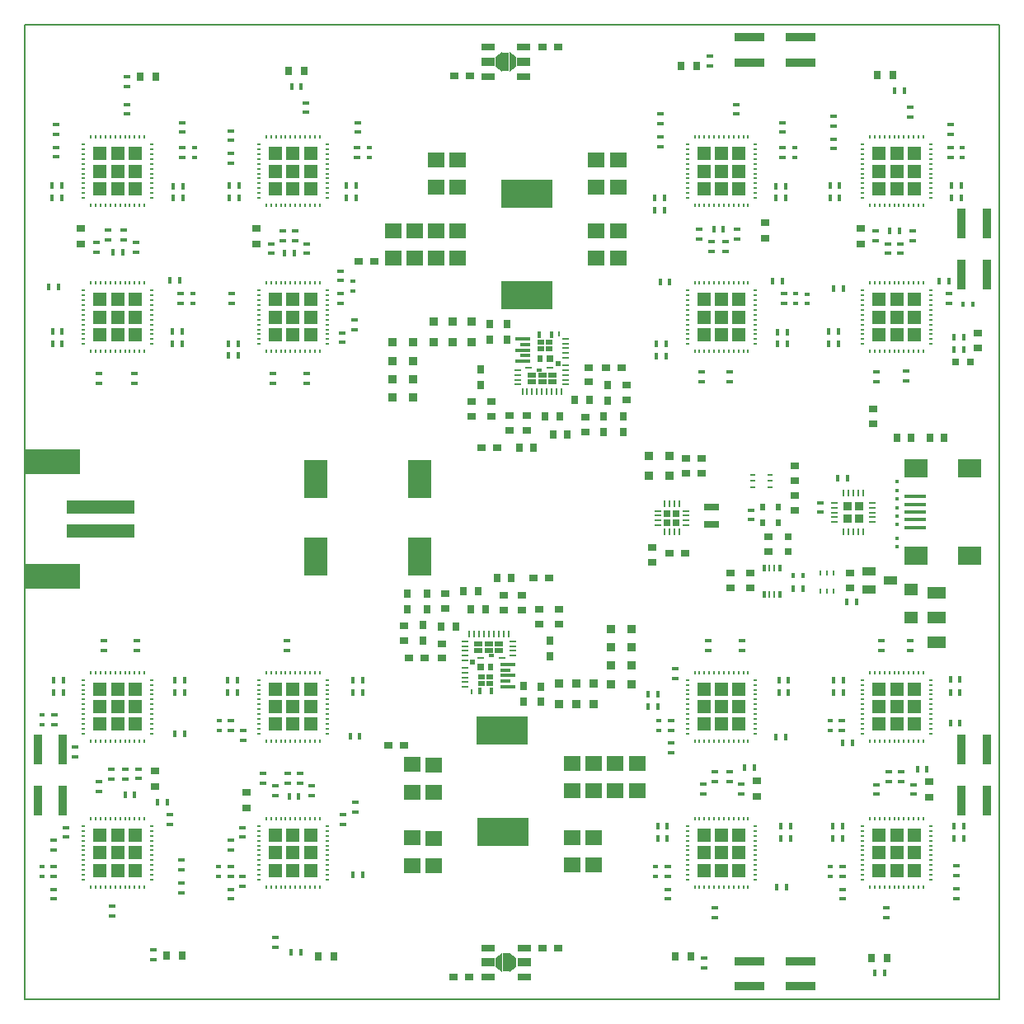
<source format=gtp>
G04 (created by PCBNEW (2013-05-16 BZR 4016)-stable) date 18. 1. 2014 1:36:01*
%MOIN*%
G04 Gerber Fmt 3.4, Leading zero omitted, Abs format*
%FSLAX34Y34*%
G01*
G70*
G90*
G04 APERTURE LIST*
%ADD10C,0.00590551*%
%ADD11R,0.0688315X0.0609315*%
%ADD12R,0.0334646X0.0295276*%
%ADD13R,0.0295276X0.0334646*%
%ADD14R,0.0098315X0.0255315*%
%ADD15R,0.0255315X0.0098315*%
%ADD16R,0.0374016X0.0216535*%
%ADD17R,0.00984252X0.0255315*%
%ADD18R,0.0200787X0.0259843*%
%ADD19R,0.0240157X0.0149606*%
%ADD20R,0.026378X0.00826772*%
%ADD21R,0.00984252X0.0248031*%
%ADD22R,0.0259843X0.0259843*%
%ADD23R,0.0200787X0.0200787*%
%ADD24R,0.0267717X0.0200787*%
%ADD25R,0.0129921X0.0255906*%
%ADD26R,0.0641732X0.0133858*%
%ADD27R,0.0429134X0.0133858*%
%ADD28R,0.0334646X0.0255906*%
%ADD29R,0.0255906X0.0334646*%
%ADD30R,0.023622X0.0314961*%
%ADD31R,0.0865315X0.0176315*%
%ADD32R,0.0964315X0.0767315*%
%ADD33R,0.0240157X0.00984252*%
%ADD34R,0.0767717X0.0480315*%
%ADD35R,0.0216315X0.0137315*%
%ADD36R,0.124016X0.0374016*%
%ADD37R,0.0374016X0.124016*%
%ADD38R,0.0176315X0.0098315*%
%ADD39R,0.0098315X0.0176315*%
%ADD40R,0.0570866X0.0570866*%
%ADD41R,0.0098315X0.0275315*%
%ADD42R,0.0275315X0.0098315*%
%ADD43R,0.0255906X0.0255906*%
%ADD44R,0.00984252X0.0240157*%
%ADD45R,0.0177165X0.0177165*%
%ADD46R,0.0137795X0.0275591*%
%ADD47R,0.00984252X0.0275591*%
%ADD48R,0.0531496X0.0374016*%
%ADD49R,0.0295276X0.0295276*%
%ADD50R,0.0531496X0.0492126*%
%ADD51R,0.0610236X0.0295276*%
%ADD52R,0.0295276X0.0374016*%
%ADD53R,0.0374016X0.0295276*%
%ADD54R,0.0964567X0.155512*%
%ADD55R,0.0374016X0.0374016*%
%ADD56R,0.0255906X0.0177165*%
%ADD57R,0.0177165X0.0255906*%
%ADD58R,0.0216535X0.0177165*%
%ADD59R,0.0177165X0.0216535*%
%ADD60R,0.218504X0.102362*%
%ADD61R,0.273622X0.0531496*%
%ADD62R,0.21063X0.112205*%
%ADD63R,0.0571315X0.0256315*%
%ADD64R,0.0571315X0.0374315*%
%ADD65R,0.0295315X0.0767315*%
%ADD66R,0.00984252X0.0295276*%
%ADD67R,0.0295276X0.00984252*%
%ADD68R,0.0295315X0.00984252*%
G04 APERTURE END LIST*
G54D10*
X38779Y-61023D02*
X78149Y-61023D01*
X78149Y-61023D02*
X78149Y-21653D01*
X78149Y-21653D02*
X38779Y-21653D01*
X38779Y-21653D02*
X38779Y-61023D01*
G54D11*
X61851Y-28202D03*
X61851Y-27100D03*
X62776Y-28202D03*
X62776Y-27100D03*
X56279Y-28208D03*
X56279Y-27106D03*
X55413Y-28208D03*
X55413Y-27106D03*
X54546Y-29965D03*
X54546Y-31067D03*
X53680Y-29965D03*
X53680Y-31067D03*
X63525Y-52610D03*
X63525Y-51508D03*
X62642Y-52607D03*
X62642Y-51505D03*
X55293Y-54522D03*
X55293Y-55624D03*
X54416Y-54521D03*
X54416Y-55623D03*
X60882Y-54515D03*
X60882Y-55617D03*
X61764Y-54517D03*
X61764Y-55619D03*
G54D12*
X59962Y-43996D03*
X59333Y-43996D03*
G54D13*
X54225Y-45260D03*
X54225Y-44631D03*
X59998Y-46531D03*
X59998Y-47160D03*
X55018Y-44641D03*
X55018Y-45270D03*
G54D12*
X54932Y-47236D03*
X54303Y-47236D03*
G54D13*
X54878Y-45921D03*
X54878Y-46550D03*
G54D14*
X58315Y-46274D03*
X58118Y-46274D03*
X57921Y-46274D03*
X57724Y-46274D03*
X57528Y-46274D03*
X57331Y-46274D03*
X57134Y-46274D03*
G54D15*
X56563Y-46560D03*
X56563Y-46756D03*
X56563Y-46953D03*
X58492Y-46560D03*
X58492Y-46756D03*
X58492Y-46953D03*
G54D16*
X57925Y-46936D03*
G54D17*
X56937Y-46274D03*
X56740Y-46274D03*
G54D18*
X57613Y-47602D03*
G54D15*
X58492Y-47150D03*
X56563Y-47151D03*
G54D19*
X57634Y-47146D03*
G54D20*
X58073Y-47231D03*
G54D15*
X56563Y-47341D03*
X56563Y-47636D03*
X56563Y-47831D03*
X56563Y-48026D03*
X56563Y-48221D03*
X56563Y-48421D03*
G54D21*
X56823Y-48591D03*
G54D22*
X57202Y-47603D03*
G54D20*
X57205Y-47238D03*
G54D23*
X56877Y-47414D03*
G54D16*
X57925Y-46668D03*
X57515Y-46936D03*
X57105Y-46936D03*
X57515Y-46668D03*
X57103Y-46668D03*
G54D24*
X57565Y-48276D03*
X57565Y-48011D03*
X57221Y-48276D03*
X57221Y-48012D03*
G54D25*
X57638Y-48586D03*
X57149Y-48586D03*
G54D26*
X58301Y-48400D03*
G54D27*
X58199Y-48176D03*
G54D26*
X58301Y-47954D03*
X58299Y-47508D03*
G54D27*
X58197Y-47732D03*
G54D28*
X60358Y-45871D03*
X60358Y-45280D03*
X55768Y-44650D03*
X55768Y-45241D03*
X59578Y-45280D03*
X59578Y-45871D03*
G54D29*
X55602Y-45956D03*
X56193Y-45956D03*
X56812Y-45276D03*
X57403Y-45276D03*
G54D28*
X55638Y-46660D03*
X55638Y-47251D03*
G54D29*
X57852Y-43996D03*
X58443Y-43996D03*
G54D28*
X54100Y-45938D03*
X54100Y-46529D03*
X58848Y-45301D03*
X58848Y-44710D03*
X58118Y-44710D03*
X58118Y-45301D03*
G54D11*
X55413Y-29960D03*
X55413Y-31062D03*
G54D12*
X59705Y-22550D03*
X60334Y-22550D03*
G54D30*
X69242Y-41151D03*
X68592Y-41151D03*
X69242Y-41761D03*
X68592Y-41761D03*
G54D11*
X56279Y-29960D03*
X56279Y-31062D03*
X61850Y-29980D03*
X61850Y-31082D03*
X62775Y-29980D03*
X62775Y-31082D03*
X60885Y-52607D03*
X60885Y-51505D03*
X61768Y-52610D03*
X61768Y-51508D03*
X55307Y-52659D03*
X55307Y-51557D03*
X54429Y-52657D03*
X54429Y-51555D03*
G54D31*
X74763Y-41338D03*
X74763Y-41652D03*
X74763Y-41967D03*
X74763Y-41024D03*
X74763Y-40709D03*
G54D32*
X74803Y-43089D03*
X74803Y-39587D03*
X76948Y-43089D03*
X76948Y-39587D03*
G54D33*
X68905Y-40334D03*
X68181Y-40078D03*
X68905Y-39822D03*
X68905Y-40078D03*
X68181Y-39822D03*
X68181Y-40334D03*
G54D34*
X75629Y-45610D03*
X75629Y-46614D03*
X75629Y-44606D03*
G54D35*
X70403Y-32539D03*
X70403Y-32893D03*
G54D36*
X68051Y-23159D03*
X68051Y-22155D03*
X70137Y-22155D03*
X70137Y-23159D03*
G54D37*
X76643Y-29665D03*
X77647Y-29665D03*
X77647Y-31751D03*
X76643Y-31751D03*
X76643Y-50925D03*
X77647Y-50925D03*
X77647Y-53011D03*
X76643Y-53011D03*
G54D36*
X70137Y-59517D03*
X70137Y-60521D03*
X68051Y-60521D03*
X68051Y-59517D03*
G54D38*
X43896Y-26477D03*
X43896Y-26674D03*
X43896Y-26871D03*
X43896Y-27067D03*
X43896Y-27264D03*
X43896Y-27461D03*
X43896Y-27657D03*
X43896Y-27854D03*
X43896Y-28051D03*
X43896Y-28247D03*
X43896Y-28444D03*
X43896Y-28641D03*
G54D39*
X43601Y-28936D03*
X43404Y-28936D03*
X43207Y-28936D03*
X43011Y-28936D03*
X42814Y-28936D03*
X42617Y-28936D03*
X42421Y-28936D03*
X42224Y-28936D03*
X42027Y-28936D03*
X41831Y-28936D03*
X41634Y-28936D03*
X41437Y-28936D03*
G54D38*
X41142Y-28641D03*
X41142Y-28444D03*
X41142Y-28247D03*
X41142Y-28051D03*
X41142Y-27854D03*
X41142Y-27657D03*
X41142Y-27461D03*
X41142Y-27264D03*
X41142Y-27067D03*
X41142Y-26871D03*
X41142Y-26674D03*
X41142Y-26477D03*
G54D39*
X41437Y-26182D03*
X41634Y-26182D03*
X41831Y-26182D03*
X42027Y-26182D03*
X42224Y-26182D03*
X42421Y-26182D03*
X42617Y-26182D03*
X42814Y-26182D03*
X43011Y-26182D03*
X43207Y-26182D03*
X43404Y-26182D03*
X43601Y-26182D03*
G54D40*
X41811Y-26850D03*
X42519Y-26850D03*
X43228Y-26850D03*
X41811Y-27559D03*
X42519Y-27559D03*
X43228Y-27559D03*
X41811Y-28267D03*
X42519Y-28267D03*
X43228Y-28267D03*
G54D38*
X43896Y-32382D03*
X43896Y-32579D03*
X43896Y-32776D03*
X43896Y-32972D03*
X43896Y-33169D03*
X43896Y-33366D03*
X43896Y-33562D03*
X43896Y-33759D03*
X43896Y-33956D03*
X43896Y-34152D03*
X43896Y-34349D03*
X43896Y-34546D03*
G54D39*
X43601Y-34841D03*
X43404Y-34841D03*
X43207Y-34841D03*
X43011Y-34841D03*
X42814Y-34841D03*
X42617Y-34841D03*
X42421Y-34841D03*
X42224Y-34841D03*
X42027Y-34841D03*
X41831Y-34841D03*
X41634Y-34841D03*
X41437Y-34841D03*
G54D38*
X41142Y-34546D03*
X41142Y-34349D03*
X41142Y-34152D03*
X41142Y-33956D03*
X41142Y-33759D03*
X41142Y-33562D03*
X41142Y-33366D03*
X41142Y-33169D03*
X41142Y-32972D03*
X41142Y-32776D03*
X41142Y-32579D03*
X41142Y-32382D03*
G54D39*
X41437Y-32087D03*
X41634Y-32087D03*
X41831Y-32087D03*
X42027Y-32087D03*
X42224Y-32087D03*
X42421Y-32087D03*
X42617Y-32087D03*
X42814Y-32087D03*
X43011Y-32087D03*
X43207Y-32087D03*
X43404Y-32087D03*
X43601Y-32087D03*
G54D40*
X41811Y-32755D03*
X42519Y-32755D03*
X43228Y-32755D03*
X41811Y-33464D03*
X42519Y-33464D03*
X43228Y-33464D03*
X41811Y-34173D03*
X42519Y-34173D03*
X43228Y-34173D03*
G54D38*
X50983Y-32382D03*
X50983Y-32579D03*
X50983Y-32776D03*
X50983Y-32972D03*
X50983Y-33169D03*
X50983Y-33366D03*
X50983Y-33562D03*
X50983Y-33759D03*
X50983Y-33956D03*
X50983Y-34152D03*
X50983Y-34349D03*
X50983Y-34546D03*
G54D39*
X50688Y-34841D03*
X50491Y-34841D03*
X50294Y-34841D03*
X50098Y-34841D03*
X49901Y-34841D03*
X49704Y-34841D03*
X49508Y-34841D03*
X49311Y-34841D03*
X49114Y-34841D03*
X48918Y-34841D03*
X48721Y-34841D03*
X48524Y-34841D03*
G54D38*
X48229Y-34546D03*
X48229Y-34349D03*
X48229Y-34152D03*
X48229Y-33956D03*
X48229Y-33759D03*
X48229Y-33562D03*
X48229Y-33366D03*
X48229Y-33169D03*
X48229Y-32972D03*
X48229Y-32776D03*
X48229Y-32579D03*
X48229Y-32382D03*
G54D39*
X48524Y-32087D03*
X48721Y-32087D03*
X48918Y-32087D03*
X49114Y-32087D03*
X49311Y-32087D03*
X49508Y-32087D03*
X49704Y-32087D03*
X49901Y-32087D03*
X50098Y-32087D03*
X50294Y-32087D03*
X50491Y-32087D03*
X50688Y-32087D03*
G54D40*
X48897Y-32755D03*
X49606Y-32755D03*
X50314Y-32755D03*
X48897Y-33464D03*
X49606Y-33464D03*
X50314Y-33464D03*
X48897Y-34173D03*
X49606Y-34173D03*
X50314Y-34173D03*
G54D38*
X50983Y-26477D03*
X50983Y-26674D03*
X50983Y-26871D03*
X50983Y-27067D03*
X50983Y-27264D03*
X50983Y-27461D03*
X50983Y-27657D03*
X50983Y-27854D03*
X50983Y-28051D03*
X50983Y-28247D03*
X50983Y-28444D03*
X50983Y-28641D03*
G54D39*
X50688Y-28936D03*
X50491Y-28936D03*
X50294Y-28936D03*
X50098Y-28936D03*
X49901Y-28936D03*
X49704Y-28936D03*
X49508Y-28936D03*
X49311Y-28936D03*
X49114Y-28936D03*
X48918Y-28936D03*
X48721Y-28936D03*
X48524Y-28936D03*
G54D38*
X48229Y-28641D03*
X48229Y-28444D03*
X48229Y-28247D03*
X48229Y-28051D03*
X48229Y-27854D03*
X48229Y-27657D03*
X48229Y-27461D03*
X48229Y-27264D03*
X48229Y-27067D03*
X48229Y-26871D03*
X48229Y-26674D03*
X48229Y-26477D03*
G54D39*
X48524Y-26182D03*
X48721Y-26182D03*
X48918Y-26182D03*
X49114Y-26182D03*
X49311Y-26182D03*
X49508Y-26182D03*
X49704Y-26182D03*
X49901Y-26182D03*
X50098Y-26182D03*
X50294Y-26182D03*
X50491Y-26182D03*
X50688Y-26182D03*
G54D40*
X48897Y-26850D03*
X49606Y-26850D03*
X50314Y-26850D03*
X48897Y-27559D03*
X49606Y-27559D03*
X50314Y-27559D03*
X48897Y-28267D03*
X49606Y-28267D03*
X50314Y-28267D03*
G54D38*
X41142Y-50294D03*
X41142Y-50097D03*
X41142Y-49900D03*
X41142Y-49704D03*
X41142Y-49507D03*
X41142Y-49310D03*
X41142Y-49114D03*
X41142Y-48917D03*
X41142Y-48720D03*
X41142Y-48524D03*
X41142Y-48327D03*
X41142Y-48130D03*
G54D39*
X41437Y-47835D03*
X41634Y-47835D03*
X41831Y-47835D03*
X42027Y-47835D03*
X42224Y-47835D03*
X42421Y-47835D03*
X42617Y-47835D03*
X42814Y-47835D03*
X43011Y-47835D03*
X43207Y-47835D03*
X43404Y-47835D03*
X43601Y-47835D03*
G54D38*
X43896Y-48130D03*
X43896Y-48327D03*
X43896Y-48524D03*
X43896Y-48720D03*
X43896Y-48917D03*
X43896Y-49114D03*
X43896Y-49310D03*
X43896Y-49507D03*
X43896Y-49704D03*
X43896Y-49900D03*
X43896Y-50097D03*
X43896Y-50294D03*
G54D39*
X43601Y-50589D03*
X43404Y-50589D03*
X43207Y-50589D03*
X43011Y-50589D03*
X42814Y-50589D03*
X42617Y-50589D03*
X42421Y-50589D03*
X42224Y-50589D03*
X42027Y-50589D03*
X41831Y-50589D03*
X41634Y-50589D03*
X41437Y-50589D03*
G54D40*
X43228Y-49921D03*
X42519Y-49921D03*
X41811Y-49921D03*
X43228Y-49212D03*
X42519Y-49212D03*
X41811Y-49212D03*
X43228Y-48503D03*
X42519Y-48503D03*
X41811Y-48503D03*
G54D38*
X41142Y-56200D03*
X41142Y-56003D03*
X41142Y-55806D03*
X41142Y-55610D03*
X41142Y-55413D03*
X41142Y-55216D03*
X41142Y-55020D03*
X41142Y-54823D03*
X41142Y-54626D03*
X41142Y-54430D03*
X41142Y-54233D03*
X41142Y-54036D03*
G54D39*
X41437Y-53741D03*
X41634Y-53741D03*
X41831Y-53741D03*
X42027Y-53741D03*
X42224Y-53741D03*
X42421Y-53741D03*
X42617Y-53741D03*
X42814Y-53741D03*
X43011Y-53741D03*
X43207Y-53741D03*
X43404Y-53741D03*
X43601Y-53741D03*
G54D38*
X43896Y-54036D03*
X43896Y-54233D03*
X43896Y-54430D03*
X43896Y-54626D03*
X43896Y-54823D03*
X43896Y-55020D03*
X43896Y-55216D03*
X43896Y-55413D03*
X43896Y-55610D03*
X43896Y-55806D03*
X43896Y-56003D03*
X43896Y-56200D03*
G54D39*
X43601Y-56495D03*
X43404Y-56495D03*
X43207Y-56495D03*
X43011Y-56495D03*
X42814Y-56495D03*
X42617Y-56495D03*
X42421Y-56495D03*
X42224Y-56495D03*
X42027Y-56495D03*
X41831Y-56495D03*
X41634Y-56495D03*
X41437Y-56495D03*
G54D40*
X43228Y-55826D03*
X42519Y-55826D03*
X41811Y-55826D03*
X43228Y-55118D03*
X42519Y-55118D03*
X41811Y-55118D03*
X43228Y-54409D03*
X42519Y-54409D03*
X41811Y-54409D03*
G54D38*
X48229Y-56200D03*
X48229Y-56003D03*
X48229Y-55806D03*
X48229Y-55610D03*
X48229Y-55413D03*
X48229Y-55216D03*
X48229Y-55020D03*
X48229Y-54823D03*
X48229Y-54626D03*
X48229Y-54430D03*
X48229Y-54233D03*
X48229Y-54036D03*
G54D39*
X48524Y-53741D03*
X48721Y-53741D03*
X48918Y-53741D03*
X49114Y-53741D03*
X49311Y-53741D03*
X49508Y-53741D03*
X49704Y-53741D03*
X49901Y-53741D03*
X50098Y-53741D03*
X50294Y-53741D03*
X50491Y-53741D03*
X50688Y-53741D03*
G54D38*
X50983Y-54036D03*
X50983Y-54233D03*
X50983Y-54430D03*
X50983Y-54626D03*
X50983Y-54823D03*
X50983Y-55020D03*
X50983Y-55216D03*
X50983Y-55413D03*
X50983Y-55610D03*
X50983Y-55806D03*
X50983Y-56003D03*
X50983Y-56200D03*
G54D39*
X50688Y-56495D03*
X50491Y-56495D03*
X50294Y-56495D03*
X50098Y-56495D03*
X49901Y-56495D03*
X49704Y-56495D03*
X49508Y-56495D03*
X49311Y-56495D03*
X49114Y-56495D03*
X48918Y-56495D03*
X48721Y-56495D03*
X48524Y-56495D03*
G54D40*
X50314Y-55826D03*
X49606Y-55826D03*
X48897Y-55826D03*
X50314Y-55118D03*
X49606Y-55118D03*
X48897Y-55118D03*
X50314Y-54409D03*
X49606Y-54409D03*
X48897Y-54409D03*
G54D38*
X48229Y-50294D03*
X48229Y-50097D03*
X48229Y-49900D03*
X48229Y-49704D03*
X48229Y-49507D03*
X48229Y-49310D03*
X48229Y-49114D03*
X48229Y-48917D03*
X48229Y-48720D03*
X48229Y-48524D03*
X48229Y-48327D03*
X48229Y-48130D03*
G54D39*
X48524Y-47835D03*
X48721Y-47835D03*
X48918Y-47835D03*
X49114Y-47835D03*
X49311Y-47835D03*
X49508Y-47835D03*
X49704Y-47835D03*
X49901Y-47835D03*
X50098Y-47835D03*
X50294Y-47835D03*
X50491Y-47835D03*
X50688Y-47835D03*
G54D38*
X50983Y-48130D03*
X50983Y-48327D03*
X50983Y-48524D03*
X50983Y-48720D03*
X50983Y-48917D03*
X50983Y-49114D03*
X50983Y-49310D03*
X50983Y-49507D03*
X50983Y-49704D03*
X50983Y-49900D03*
X50983Y-50097D03*
X50983Y-50294D03*
G54D39*
X50688Y-50589D03*
X50491Y-50589D03*
X50294Y-50589D03*
X50098Y-50589D03*
X49901Y-50589D03*
X49704Y-50589D03*
X49508Y-50589D03*
X49311Y-50589D03*
X49114Y-50589D03*
X48918Y-50589D03*
X48721Y-50589D03*
X48524Y-50589D03*
G54D40*
X50314Y-49921D03*
X49606Y-49921D03*
X48897Y-49921D03*
X50314Y-49212D03*
X49606Y-49212D03*
X48897Y-49212D03*
X50314Y-48503D03*
X49606Y-48503D03*
X48897Y-48503D03*
G54D38*
X65552Y-50294D03*
X65552Y-50097D03*
X65552Y-49900D03*
X65552Y-49704D03*
X65552Y-49507D03*
X65552Y-49310D03*
X65552Y-49114D03*
X65552Y-48917D03*
X65552Y-48720D03*
X65552Y-48524D03*
X65552Y-48327D03*
X65552Y-48130D03*
G54D39*
X65847Y-47835D03*
X66044Y-47835D03*
X66241Y-47835D03*
X66437Y-47835D03*
X66634Y-47835D03*
X66831Y-47835D03*
X67027Y-47835D03*
X67224Y-47835D03*
X67421Y-47835D03*
X67617Y-47835D03*
X67814Y-47835D03*
X68011Y-47835D03*
G54D38*
X68306Y-48130D03*
X68306Y-48327D03*
X68306Y-48524D03*
X68306Y-48720D03*
X68306Y-48917D03*
X68306Y-49114D03*
X68306Y-49310D03*
X68306Y-49507D03*
X68306Y-49704D03*
X68306Y-49900D03*
X68306Y-50097D03*
X68306Y-50294D03*
G54D39*
X68011Y-50589D03*
X67814Y-50589D03*
X67617Y-50589D03*
X67421Y-50589D03*
X67224Y-50589D03*
X67027Y-50589D03*
X66831Y-50589D03*
X66634Y-50589D03*
X66437Y-50589D03*
X66241Y-50589D03*
X66044Y-50589D03*
X65847Y-50589D03*
G54D40*
X67637Y-49921D03*
X66929Y-49921D03*
X66220Y-49921D03*
X67637Y-49212D03*
X66929Y-49212D03*
X66220Y-49212D03*
X67637Y-48503D03*
X66929Y-48503D03*
X66220Y-48503D03*
G54D38*
X65552Y-56200D03*
X65552Y-56003D03*
X65552Y-55806D03*
X65552Y-55610D03*
X65552Y-55413D03*
X65552Y-55216D03*
X65552Y-55020D03*
X65552Y-54823D03*
X65552Y-54626D03*
X65552Y-54430D03*
X65552Y-54233D03*
X65552Y-54036D03*
G54D39*
X65847Y-53741D03*
X66044Y-53741D03*
X66241Y-53741D03*
X66437Y-53741D03*
X66634Y-53741D03*
X66831Y-53741D03*
X67027Y-53741D03*
X67224Y-53741D03*
X67421Y-53741D03*
X67617Y-53741D03*
X67814Y-53741D03*
X68011Y-53741D03*
G54D38*
X68306Y-54036D03*
X68306Y-54233D03*
X68306Y-54430D03*
X68306Y-54626D03*
X68306Y-54823D03*
X68306Y-55020D03*
X68306Y-55216D03*
X68306Y-55413D03*
X68306Y-55610D03*
X68306Y-55806D03*
X68306Y-56003D03*
X68306Y-56200D03*
G54D39*
X68011Y-56495D03*
X67814Y-56495D03*
X67617Y-56495D03*
X67421Y-56495D03*
X67224Y-56495D03*
X67027Y-56495D03*
X66831Y-56495D03*
X66634Y-56495D03*
X66437Y-56495D03*
X66241Y-56495D03*
X66044Y-56495D03*
X65847Y-56495D03*
G54D40*
X67637Y-55826D03*
X66929Y-55826D03*
X66220Y-55826D03*
X67637Y-55118D03*
X66929Y-55118D03*
X66220Y-55118D03*
X67637Y-54409D03*
X66929Y-54409D03*
X66220Y-54409D03*
G54D38*
X72638Y-56200D03*
X72638Y-56003D03*
X72638Y-55806D03*
X72638Y-55610D03*
X72638Y-55413D03*
X72638Y-55216D03*
X72638Y-55020D03*
X72638Y-54823D03*
X72638Y-54626D03*
X72638Y-54430D03*
X72638Y-54233D03*
X72638Y-54036D03*
G54D39*
X72933Y-53741D03*
X73130Y-53741D03*
X73327Y-53741D03*
X73523Y-53741D03*
X73720Y-53741D03*
X73917Y-53741D03*
X74113Y-53741D03*
X74310Y-53741D03*
X74507Y-53741D03*
X74703Y-53741D03*
X74900Y-53741D03*
X75097Y-53741D03*
G54D38*
X75392Y-54036D03*
X75392Y-54233D03*
X75392Y-54430D03*
X75392Y-54626D03*
X75392Y-54823D03*
X75392Y-55020D03*
X75392Y-55216D03*
X75392Y-55413D03*
X75392Y-55610D03*
X75392Y-55806D03*
X75392Y-56003D03*
X75392Y-56200D03*
G54D39*
X75097Y-56495D03*
X74900Y-56495D03*
X74703Y-56495D03*
X74507Y-56495D03*
X74310Y-56495D03*
X74113Y-56495D03*
X73917Y-56495D03*
X73720Y-56495D03*
X73523Y-56495D03*
X73327Y-56495D03*
X73130Y-56495D03*
X72933Y-56495D03*
G54D40*
X74724Y-55826D03*
X74015Y-55826D03*
X73307Y-55826D03*
X74724Y-55118D03*
X74015Y-55118D03*
X73307Y-55118D03*
X74724Y-54409D03*
X74015Y-54409D03*
X73307Y-54409D03*
G54D38*
X72638Y-50294D03*
X72638Y-50097D03*
X72638Y-49900D03*
X72638Y-49704D03*
X72638Y-49507D03*
X72638Y-49310D03*
X72638Y-49114D03*
X72638Y-48917D03*
X72638Y-48720D03*
X72638Y-48524D03*
X72638Y-48327D03*
X72638Y-48130D03*
G54D39*
X72933Y-47835D03*
X73130Y-47835D03*
X73327Y-47835D03*
X73523Y-47835D03*
X73720Y-47835D03*
X73917Y-47835D03*
X74113Y-47835D03*
X74310Y-47835D03*
X74507Y-47835D03*
X74703Y-47835D03*
X74900Y-47835D03*
X75097Y-47835D03*
G54D38*
X75392Y-48130D03*
X75392Y-48327D03*
X75392Y-48524D03*
X75392Y-48720D03*
X75392Y-48917D03*
X75392Y-49114D03*
X75392Y-49310D03*
X75392Y-49507D03*
X75392Y-49704D03*
X75392Y-49900D03*
X75392Y-50097D03*
X75392Y-50294D03*
G54D39*
X75097Y-50589D03*
X74900Y-50589D03*
X74703Y-50589D03*
X74507Y-50589D03*
X74310Y-50589D03*
X74113Y-50589D03*
X73917Y-50589D03*
X73720Y-50589D03*
X73523Y-50589D03*
X73327Y-50589D03*
X73130Y-50589D03*
X72933Y-50589D03*
G54D40*
X74724Y-49921D03*
X74015Y-49921D03*
X73307Y-49921D03*
X74724Y-49212D03*
X74015Y-49212D03*
X73307Y-49212D03*
X74724Y-48503D03*
X74015Y-48503D03*
X73307Y-48503D03*
G54D38*
X75392Y-32382D03*
X75392Y-32579D03*
X75392Y-32776D03*
X75392Y-32972D03*
X75392Y-33169D03*
X75392Y-33366D03*
X75392Y-33562D03*
X75392Y-33759D03*
X75392Y-33956D03*
X75392Y-34152D03*
X75392Y-34349D03*
X75392Y-34546D03*
G54D39*
X75097Y-34841D03*
X74900Y-34841D03*
X74703Y-34841D03*
X74507Y-34841D03*
X74310Y-34841D03*
X74113Y-34841D03*
X73917Y-34841D03*
X73720Y-34841D03*
X73523Y-34841D03*
X73327Y-34841D03*
X73130Y-34841D03*
X72933Y-34841D03*
G54D38*
X72638Y-34546D03*
X72638Y-34349D03*
X72638Y-34152D03*
X72638Y-33956D03*
X72638Y-33759D03*
X72638Y-33562D03*
X72638Y-33366D03*
X72638Y-33169D03*
X72638Y-32972D03*
X72638Y-32776D03*
X72638Y-32579D03*
X72638Y-32382D03*
G54D39*
X72933Y-32087D03*
X73130Y-32087D03*
X73327Y-32087D03*
X73523Y-32087D03*
X73720Y-32087D03*
X73917Y-32087D03*
X74113Y-32087D03*
X74310Y-32087D03*
X74507Y-32087D03*
X74703Y-32087D03*
X74900Y-32087D03*
X75097Y-32087D03*
G54D40*
X73307Y-32755D03*
X74015Y-32755D03*
X74724Y-32755D03*
X73307Y-33464D03*
X74015Y-33464D03*
X74724Y-33464D03*
X73307Y-34173D03*
X74015Y-34173D03*
X74724Y-34173D03*
G54D38*
X75392Y-26477D03*
X75392Y-26674D03*
X75392Y-26871D03*
X75392Y-27067D03*
X75392Y-27264D03*
X75392Y-27461D03*
X75392Y-27657D03*
X75392Y-27854D03*
X75392Y-28051D03*
X75392Y-28247D03*
X75392Y-28444D03*
X75392Y-28641D03*
G54D39*
X75097Y-28936D03*
X74900Y-28936D03*
X74703Y-28936D03*
X74507Y-28936D03*
X74310Y-28936D03*
X74113Y-28936D03*
X73917Y-28936D03*
X73720Y-28936D03*
X73523Y-28936D03*
X73327Y-28936D03*
X73130Y-28936D03*
X72933Y-28936D03*
G54D38*
X72638Y-28641D03*
X72638Y-28444D03*
X72638Y-28247D03*
X72638Y-28051D03*
X72638Y-27854D03*
X72638Y-27657D03*
X72638Y-27461D03*
X72638Y-27264D03*
X72638Y-27067D03*
X72638Y-26871D03*
X72638Y-26674D03*
X72638Y-26477D03*
G54D39*
X72933Y-26182D03*
X73130Y-26182D03*
X73327Y-26182D03*
X73523Y-26182D03*
X73720Y-26182D03*
X73917Y-26182D03*
X74113Y-26182D03*
X74310Y-26182D03*
X74507Y-26182D03*
X74703Y-26182D03*
X74900Y-26182D03*
X75097Y-26182D03*
G54D40*
X73307Y-26850D03*
X74015Y-26850D03*
X74724Y-26850D03*
X73307Y-27559D03*
X74015Y-27559D03*
X74724Y-27559D03*
X73307Y-28267D03*
X74015Y-28267D03*
X74724Y-28267D03*
G54D38*
X68306Y-26477D03*
X68306Y-26674D03*
X68306Y-26871D03*
X68306Y-27067D03*
X68306Y-27264D03*
X68306Y-27461D03*
X68306Y-27657D03*
X68306Y-27854D03*
X68306Y-28051D03*
X68306Y-28247D03*
X68306Y-28444D03*
X68306Y-28641D03*
G54D39*
X68011Y-28936D03*
X67814Y-28936D03*
X67617Y-28936D03*
X67421Y-28936D03*
X67224Y-28936D03*
X67027Y-28936D03*
X66831Y-28936D03*
X66634Y-28936D03*
X66437Y-28936D03*
X66241Y-28936D03*
X66044Y-28936D03*
X65847Y-28936D03*
G54D38*
X65552Y-28641D03*
X65552Y-28444D03*
X65552Y-28247D03*
X65552Y-28051D03*
X65552Y-27854D03*
X65552Y-27657D03*
X65552Y-27461D03*
X65552Y-27264D03*
X65552Y-27067D03*
X65552Y-26871D03*
X65552Y-26674D03*
X65552Y-26477D03*
G54D39*
X65847Y-26182D03*
X66044Y-26182D03*
X66241Y-26182D03*
X66437Y-26182D03*
X66634Y-26182D03*
X66831Y-26182D03*
X67027Y-26182D03*
X67224Y-26182D03*
X67421Y-26182D03*
X67617Y-26182D03*
X67814Y-26182D03*
X68011Y-26182D03*
G54D40*
X66220Y-26850D03*
X66929Y-26850D03*
X67637Y-26850D03*
X66220Y-27559D03*
X66929Y-27559D03*
X67637Y-27559D03*
X66220Y-28267D03*
X66929Y-28267D03*
X67637Y-28267D03*
G54D38*
X68306Y-32382D03*
X68306Y-32579D03*
X68306Y-32776D03*
X68306Y-32972D03*
X68306Y-33169D03*
X68306Y-33366D03*
X68306Y-33562D03*
X68306Y-33759D03*
X68306Y-33956D03*
X68306Y-34152D03*
X68306Y-34349D03*
X68306Y-34546D03*
G54D39*
X68011Y-34841D03*
X67814Y-34841D03*
X67617Y-34841D03*
X67421Y-34841D03*
X67224Y-34841D03*
X67027Y-34841D03*
X66831Y-34841D03*
X66634Y-34841D03*
X66437Y-34841D03*
X66241Y-34841D03*
X66044Y-34841D03*
X65847Y-34841D03*
G54D38*
X65552Y-34546D03*
X65552Y-34349D03*
X65552Y-34152D03*
X65552Y-33956D03*
X65552Y-33759D03*
X65552Y-33562D03*
X65552Y-33366D03*
X65552Y-33169D03*
X65552Y-32972D03*
X65552Y-32776D03*
X65552Y-32579D03*
X65552Y-32382D03*
G54D39*
X65847Y-32087D03*
X66044Y-32087D03*
X66241Y-32087D03*
X66437Y-32087D03*
X66634Y-32087D03*
X66831Y-32087D03*
X67027Y-32087D03*
X67224Y-32087D03*
X67421Y-32087D03*
X67617Y-32087D03*
X67814Y-32087D03*
X68011Y-32087D03*
G54D40*
X66220Y-32755D03*
X66929Y-32755D03*
X67637Y-32755D03*
X66220Y-33464D03*
X66929Y-33464D03*
X67637Y-33464D03*
X66220Y-34173D03*
X66929Y-34173D03*
X67637Y-34173D03*
G54D41*
X65214Y-41015D03*
X65017Y-41015D03*
X64821Y-41015D03*
X64624Y-41015D03*
G54D42*
X64349Y-41290D03*
X64349Y-41487D03*
X64349Y-41683D03*
X64349Y-41880D03*
G54D41*
X64624Y-42155D03*
X64821Y-42155D03*
X65017Y-42155D03*
X65214Y-42155D03*
G54D42*
X65489Y-41880D03*
X65489Y-41683D03*
X65489Y-41487D03*
X65489Y-41290D03*
G54D43*
X65096Y-41408D03*
X65096Y-41763D03*
X64742Y-41408D03*
X64742Y-41763D03*
G54D37*
X40285Y-53011D03*
X39281Y-53011D03*
X39281Y-50925D03*
X40285Y-50925D03*
G54D44*
X70944Y-44545D03*
X71200Y-43820D03*
X71456Y-44545D03*
X71200Y-44545D03*
X71456Y-43820D03*
X70944Y-43820D03*
G54D45*
X74025Y-41496D03*
X74025Y-41850D03*
X74025Y-40807D03*
X74025Y-41161D03*
X74035Y-42401D03*
X74035Y-42755D03*
X74025Y-40118D03*
X74025Y-40472D03*
G54D46*
X69291Y-44685D03*
X68661Y-44685D03*
G54D47*
X68877Y-44685D03*
X69074Y-44685D03*
X69074Y-43602D03*
X68877Y-43602D03*
G54D46*
X68661Y-43602D03*
X69291Y-43602D03*
G54D48*
X72883Y-43740D03*
X72883Y-44488D03*
X73750Y-44104D03*
G54D49*
X69616Y-42352D03*
X69616Y-42942D03*
X76407Y-35275D03*
X76998Y-35275D03*
G54D50*
X74596Y-45600D03*
X74596Y-44458D03*
G54D51*
X66525Y-41840D03*
X66525Y-41131D03*
G54D52*
X44074Y-23740D03*
X43444Y-23740D03*
X50068Y-23494D03*
X49438Y-23494D03*
G54D53*
X48139Y-29881D03*
X48139Y-30511D03*
X41023Y-29862D03*
X41023Y-30492D03*
X44015Y-52431D03*
X44015Y-51801D03*
X47746Y-53307D03*
X47746Y-52677D03*
G54D52*
X45127Y-59261D03*
X44498Y-59261D03*
X51259Y-59320D03*
X50629Y-59320D03*
X65078Y-59301D03*
X65708Y-59301D03*
X73011Y-59360D03*
X73641Y-59360D03*
G54D53*
X68366Y-52844D03*
X68366Y-52214D03*
X75324Y-52874D03*
X75324Y-52244D03*
X68681Y-29645D03*
X68681Y-30275D03*
X72559Y-29862D03*
X72559Y-30492D03*
G54D52*
X65285Y-23307D03*
X65915Y-23307D03*
X73238Y-23661D03*
X73868Y-23661D03*
G54D54*
X50515Y-43141D03*
X50515Y-39992D03*
X54736Y-43141D03*
X54736Y-39992D03*
G54D13*
X58932Y-49016D03*
X58932Y-48387D03*
X57559Y-34370D03*
X57559Y-33740D03*
X58270Y-33750D03*
X58270Y-34379D03*
G54D12*
X56764Y-23720D03*
X56135Y-23720D03*
X56724Y-60145D03*
X56095Y-60145D03*
X59705Y-58960D03*
X60334Y-58960D03*
X66122Y-39173D03*
X65492Y-39173D03*
X66122Y-39783D03*
X65492Y-39783D03*
X64842Y-43011D03*
X65472Y-43011D03*
G54D13*
X59640Y-48391D03*
X59640Y-49020D03*
G54D12*
X52275Y-31190D03*
X52904Y-31190D03*
G54D55*
X63996Y-39881D03*
X64822Y-39881D03*
X63996Y-39074D03*
X64822Y-39074D03*
X60347Y-48285D03*
X60347Y-49112D03*
X61054Y-48285D03*
X61054Y-49112D03*
X61754Y-48285D03*
X61754Y-49112D03*
X62466Y-48290D03*
X63293Y-48290D03*
X62467Y-47544D03*
X63294Y-47544D03*
X56830Y-34473D03*
X56830Y-33646D03*
X56060Y-34473D03*
X56060Y-33646D03*
X55290Y-34473D03*
X55290Y-33646D03*
X54468Y-34488D03*
X53641Y-34488D03*
X54463Y-35230D03*
X53636Y-35230D03*
G54D28*
X68110Y-43818D03*
X68110Y-44409D03*
X67312Y-43818D03*
X67312Y-44409D03*
X72145Y-43799D03*
X72145Y-44389D03*
X68818Y-42942D03*
X68818Y-42352D03*
X77283Y-34704D03*
X77283Y-34114D03*
X73051Y-37185D03*
X73051Y-37775D03*
G54D29*
X75354Y-38346D03*
X75944Y-38346D03*
X74606Y-38346D03*
X74015Y-38346D03*
G54D28*
X69911Y-39468D03*
X69911Y-40059D03*
X69911Y-40669D03*
X69911Y-41259D03*
X64133Y-42775D03*
X64133Y-43366D03*
G54D56*
X70929Y-40960D03*
X70929Y-41353D03*
G54D57*
X71988Y-44970D03*
X72381Y-44970D03*
X69832Y-44429D03*
X70226Y-44429D03*
G54D56*
X43366Y-51722D03*
X43366Y-52116D03*
G54D57*
X49448Y-52834D03*
X49842Y-52834D03*
G54D56*
X43966Y-59045D03*
X43966Y-59438D03*
G54D57*
X49931Y-59124D03*
X49537Y-59124D03*
X68248Y-51673D03*
X67854Y-51673D03*
X75246Y-51732D03*
X74852Y-51732D03*
G54D56*
X66220Y-59370D03*
X66220Y-59763D03*
G54D57*
X73523Y-59980D03*
X73129Y-59980D03*
X73740Y-29960D03*
X74133Y-29960D03*
X67007Y-29901D03*
X66614Y-29901D03*
X73946Y-24301D03*
X74340Y-24301D03*
G54D56*
X66456Y-23297D03*
X66456Y-22903D03*
G54D57*
X49665Y-30885D03*
X49271Y-30885D03*
X42342Y-30846D03*
X42736Y-30846D03*
X49547Y-24153D03*
X49940Y-24153D03*
G54D56*
X42913Y-23740D03*
X42913Y-24133D03*
X68129Y-41259D03*
X68129Y-41653D03*
G54D57*
X71632Y-39963D03*
X72025Y-39963D03*
G54D56*
X41948Y-46948D03*
X41948Y-46555D03*
X40797Y-50846D03*
X40797Y-51240D03*
G54D57*
X40314Y-48622D03*
X39921Y-48622D03*
X43208Y-52785D03*
X42814Y-52785D03*
X44842Y-48622D03*
X45236Y-48622D03*
X44842Y-50295D03*
X45236Y-50295D03*
G54D56*
X42834Y-51732D03*
X42834Y-52125D03*
X42263Y-51732D03*
X42263Y-52125D03*
X39970Y-49537D03*
X39970Y-49931D03*
G54D57*
X40314Y-48129D03*
X39921Y-48129D03*
X44842Y-48129D03*
X45236Y-48129D03*
X51919Y-50403D03*
X52312Y-50403D03*
X47362Y-48622D03*
X46968Y-48622D03*
G54D56*
X48405Y-51919D03*
X48405Y-52312D03*
X49350Y-46948D03*
X49350Y-46555D03*
G54D57*
X52027Y-48622D03*
X52421Y-48622D03*
G54D56*
X47598Y-50177D03*
X47598Y-50570D03*
X49881Y-51909D03*
X49881Y-52303D03*
X49389Y-51909D03*
X49389Y-52303D03*
X47106Y-49763D03*
X47106Y-50157D03*
G54D57*
X47362Y-48129D03*
X46968Y-48129D03*
X52027Y-48129D03*
X52421Y-48129D03*
G54D56*
X42283Y-57273D03*
X42283Y-57667D03*
X39940Y-56988D03*
X39940Y-56594D03*
X39940Y-55000D03*
X39940Y-54606D03*
X41771Y-52637D03*
X41771Y-52244D03*
G54D57*
X44124Y-53080D03*
X44517Y-53080D03*
G54D56*
X43287Y-46948D03*
X43287Y-46555D03*
X45098Y-56732D03*
X45098Y-56338D03*
X45098Y-55413D03*
X45098Y-55807D03*
X39940Y-55669D03*
X39940Y-56062D03*
X40433Y-54094D03*
X40433Y-54488D03*
X44622Y-53976D03*
X44622Y-53582D03*
G54D57*
X52037Y-56013D03*
X52431Y-56013D03*
G54D56*
X47086Y-56988D03*
X47086Y-56594D03*
X47086Y-55000D03*
X47086Y-54606D03*
X50374Y-52814D03*
X50374Y-52421D03*
X52125Y-53070D03*
X52125Y-53464D03*
X47578Y-56082D03*
X47578Y-56476D03*
X48897Y-52814D03*
X48897Y-52421D03*
X48887Y-58553D03*
X48887Y-58946D03*
X47086Y-55669D03*
X47086Y-56062D03*
X47578Y-54094D03*
X47578Y-54488D03*
X51633Y-53976D03*
X51633Y-53582D03*
X67736Y-52736D03*
X67736Y-52342D03*
G54D57*
X64350Y-48720D03*
X63956Y-48720D03*
G54D56*
X67775Y-46948D03*
X67775Y-46555D03*
X66397Y-46948D03*
X66397Y-46555D03*
G54D57*
X69251Y-48622D03*
X69645Y-48622D03*
G54D56*
X64901Y-51082D03*
X64901Y-50688D03*
X67263Y-51830D03*
X67263Y-52224D03*
X66673Y-51830D03*
X66673Y-52224D03*
X64901Y-49763D03*
X64901Y-50157D03*
X65078Y-48070D03*
X65078Y-47677D03*
G54D57*
X69251Y-48129D03*
X69645Y-48129D03*
G54D56*
X74704Y-52755D03*
X74704Y-52362D03*
X74547Y-46929D03*
X74547Y-46535D03*
G54D57*
X71850Y-48622D03*
X71456Y-48622D03*
G54D56*
X73405Y-46929D03*
X73405Y-46535D03*
G54D57*
X76181Y-48622D03*
X76574Y-48622D03*
X72234Y-50669D03*
X71840Y-50669D03*
G54D56*
X74212Y-51850D03*
X74212Y-52244D03*
X73700Y-51850D03*
X73700Y-52244D03*
X71811Y-49763D03*
X71811Y-50157D03*
G54D57*
X71850Y-48129D03*
X71456Y-48129D03*
X76181Y-48110D03*
X76574Y-48110D03*
X69163Y-56505D03*
X69557Y-56505D03*
X64350Y-49212D03*
X63956Y-49212D03*
X64744Y-54527D03*
X64350Y-54527D03*
G54D56*
X66181Y-52736D03*
X66181Y-52342D03*
G54D57*
X69330Y-54527D03*
X69724Y-54527D03*
G54D56*
X64763Y-56988D03*
X64763Y-56594D03*
G54D57*
X69143Y-50442D03*
X69537Y-50442D03*
G54D56*
X66649Y-57334D03*
X66649Y-57728D03*
X64763Y-55669D03*
X64763Y-56062D03*
G54D57*
X64744Y-54035D03*
X64350Y-54035D03*
X69330Y-54035D03*
X69724Y-54035D03*
G54D56*
X73610Y-57350D03*
X73610Y-57744D03*
X76417Y-56968D03*
X76417Y-56574D03*
G54D57*
X71830Y-54527D03*
X71437Y-54527D03*
G54D56*
X73208Y-52755D03*
X73208Y-52362D03*
G54D57*
X76338Y-54527D03*
X76732Y-54527D03*
G54D56*
X71830Y-56988D03*
X71830Y-56594D03*
X76417Y-55629D03*
X76417Y-56023D03*
G54D57*
X76181Y-49881D03*
X76574Y-49881D03*
G54D56*
X71830Y-55669D03*
X71830Y-56062D03*
G54D57*
X71830Y-54035D03*
X71437Y-54035D03*
X76338Y-54035D03*
X76732Y-54035D03*
G54D56*
X73188Y-35669D03*
X73188Y-36062D03*
G54D57*
X76338Y-34281D03*
X76732Y-34281D03*
G54D56*
X67263Y-35673D03*
X67263Y-36066D03*
X74397Y-35653D03*
X74397Y-36047D03*
G54D57*
X71653Y-34055D03*
X71259Y-34055D03*
G54D56*
X73661Y-30885D03*
X73661Y-30492D03*
X74173Y-30885D03*
X74173Y-30492D03*
G54D57*
X75728Y-32007D03*
X76122Y-32007D03*
G54D56*
X76141Y-32893D03*
X76141Y-32500D03*
G54D57*
X76338Y-34763D03*
X76732Y-34763D03*
X71653Y-34547D03*
X71259Y-34547D03*
X69192Y-34074D03*
X69586Y-34074D03*
X64842Y-32047D03*
X64448Y-32047D03*
G54D56*
X66043Y-29901D03*
X66043Y-30295D03*
G54D57*
X68996Y-32007D03*
X69389Y-32007D03*
X64685Y-35039D03*
X64291Y-35039D03*
G54D56*
X66122Y-35669D03*
X66122Y-36062D03*
X67086Y-30807D03*
X67086Y-30413D03*
X66535Y-30807D03*
X66535Y-30413D03*
X69448Y-32913D03*
X69448Y-32519D03*
G54D57*
X69192Y-34547D03*
X69586Y-34547D03*
X64685Y-34547D03*
X64291Y-34547D03*
G54D56*
X71456Y-26653D03*
X71456Y-26259D03*
X76181Y-25688D03*
X76181Y-26082D03*
G54D57*
X76240Y-28149D03*
X76633Y-28149D03*
G54D56*
X74665Y-29980D03*
X74665Y-30374D03*
G54D57*
X71712Y-28149D03*
X71318Y-28149D03*
G54D56*
X71456Y-25334D03*
X71456Y-25728D03*
X73169Y-29980D03*
X73169Y-30374D03*
X74551Y-25370D03*
X74551Y-24976D03*
X76181Y-27007D03*
X76181Y-26614D03*
G54D57*
X76240Y-28641D03*
X76633Y-28641D03*
X71712Y-28641D03*
X71318Y-28641D03*
G54D56*
X64468Y-25255D03*
X64468Y-25649D03*
G54D57*
X69133Y-28169D03*
X69527Y-28169D03*
G54D56*
X69409Y-25590D03*
X69409Y-25984D03*
X67578Y-29901D03*
X67578Y-30295D03*
G54D57*
X71860Y-32312D03*
X71466Y-32312D03*
X64625Y-29133D03*
X64232Y-29133D03*
G54D56*
X64468Y-26574D03*
X64468Y-26181D03*
X67519Y-25255D03*
X67519Y-24862D03*
X69389Y-27007D03*
X69389Y-26614D03*
G54D57*
X69133Y-28641D03*
X69527Y-28641D03*
X64625Y-28641D03*
X64232Y-28641D03*
G54D56*
X47125Y-32893D03*
X47125Y-32500D03*
X50177Y-30885D03*
X50177Y-30492D03*
X48740Y-30885D03*
X48740Y-30492D03*
X52086Y-33582D03*
X52086Y-33976D03*
X49192Y-29980D03*
X49192Y-30374D03*
X48799Y-35748D03*
X48799Y-36141D03*
G54D57*
X47401Y-35019D03*
X47007Y-35019D03*
G54D56*
X51535Y-31594D03*
X51535Y-31988D03*
X51535Y-32913D03*
X51535Y-32519D03*
X51594Y-34488D03*
X51594Y-34094D03*
G54D57*
X47401Y-34527D03*
X47007Y-34527D03*
G54D56*
X43208Y-35748D03*
X43208Y-36141D03*
X43259Y-30842D03*
X43259Y-30448D03*
X41653Y-30846D03*
X41653Y-30452D03*
G54D57*
X44744Y-34055D03*
X45137Y-34055D03*
G54D56*
X41771Y-35748D03*
X41771Y-36141D03*
G54D57*
X40275Y-34055D03*
X39881Y-34055D03*
X44645Y-31988D03*
X45039Y-31988D03*
X40127Y-32234D03*
X39734Y-32234D03*
G54D56*
X45059Y-32893D03*
X45059Y-32500D03*
G54D57*
X40275Y-34547D03*
X39881Y-34547D03*
X44744Y-34547D03*
X45137Y-34547D03*
G54D56*
X50137Y-25188D03*
X50137Y-24795D03*
X47106Y-27244D03*
X47106Y-26850D03*
X52224Y-25590D03*
X52224Y-25984D03*
X50149Y-35748D03*
X50149Y-36141D03*
G54D57*
X51771Y-28149D03*
X52165Y-28149D03*
G54D56*
X49685Y-29980D03*
X49685Y-30374D03*
X47106Y-25925D03*
X47106Y-26318D03*
G54D57*
X47421Y-28149D03*
X47027Y-28149D03*
G54D56*
X52204Y-27007D03*
X52204Y-26614D03*
G54D57*
X47421Y-28641D03*
X47027Y-28641D03*
X51771Y-28641D03*
X52165Y-28641D03*
G54D56*
X40039Y-26988D03*
X40039Y-26594D03*
X42145Y-29940D03*
X42145Y-30334D03*
X42775Y-29940D03*
X42775Y-30334D03*
G54D57*
X44763Y-28169D03*
X45157Y-28169D03*
G54D56*
X45137Y-25590D03*
X45137Y-25984D03*
G54D57*
X40255Y-28149D03*
X39862Y-28149D03*
G54D56*
X45137Y-27007D03*
X45137Y-26614D03*
G54D57*
X44763Y-28641D03*
X45157Y-28641D03*
G54D56*
X40039Y-25669D03*
X40039Y-26062D03*
X42905Y-25251D03*
X42905Y-24858D03*
G54D57*
X40255Y-28641D03*
X39862Y-28641D03*
G54D58*
X45629Y-27007D03*
X45629Y-26614D03*
X45551Y-32893D03*
X45551Y-32500D03*
X52027Y-32401D03*
X52027Y-32007D03*
X52696Y-27007D03*
X52696Y-26614D03*
X46614Y-49763D03*
X46614Y-50157D03*
X46594Y-55669D03*
X46594Y-56062D03*
X39448Y-55669D03*
X39448Y-56062D03*
X39478Y-49537D03*
X39478Y-49931D03*
G54D59*
X70216Y-43897D03*
X69822Y-43897D03*
G54D58*
X76673Y-27007D03*
X76673Y-26614D03*
G54D59*
X76692Y-32952D03*
X77086Y-32952D03*
G54D58*
X69921Y-32913D03*
X69921Y-32519D03*
X69881Y-27007D03*
X69881Y-26614D03*
X64409Y-49763D03*
X64409Y-50157D03*
X64271Y-55669D03*
X64271Y-56062D03*
X71338Y-55669D03*
X71338Y-56062D03*
X71318Y-49763D03*
X71318Y-50157D03*
G54D60*
X39911Y-43937D03*
X39911Y-39311D03*
G54D61*
X41840Y-41131D03*
X41840Y-42116D03*
G54D62*
X59070Y-32571D03*
X59068Y-28466D03*
G54D28*
X59080Y-38035D03*
X59080Y-37444D03*
X58350Y-37444D03*
X58350Y-38035D03*
X63098Y-36807D03*
X63098Y-36216D03*
G54D29*
X59345Y-38750D03*
X58754Y-38750D03*
G54D28*
X61560Y-36085D03*
X61560Y-35494D03*
G54D29*
X60385Y-37470D03*
X59794Y-37470D03*
X61595Y-36790D03*
X61004Y-36790D03*
G54D28*
X57620Y-37465D03*
X57620Y-36874D03*
X61430Y-38095D03*
X61430Y-37504D03*
X56840Y-36874D03*
X56840Y-37465D03*
G54D14*
X58882Y-36471D03*
X59079Y-36471D03*
X59276Y-36471D03*
X59473Y-36471D03*
X59670Y-36471D03*
X59866Y-36471D03*
X60063Y-36471D03*
G54D15*
X60634Y-36185D03*
X60634Y-35989D03*
X60634Y-35792D03*
X58705Y-36185D03*
X58705Y-35989D03*
X58705Y-35792D03*
G54D16*
X59273Y-35810D03*
G54D17*
X60260Y-36471D03*
X60457Y-36471D03*
G54D18*
X59585Y-35144D03*
G54D15*
X58705Y-35595D03*
X60635Y-35595D03*
G54D19*
X59564Y-35600D03*
G54D20*
X59125Y-35515D03*
G54D15*
X60635Y-35405D03*
X60635Y-35110D03*
X60635Y-34915D03*
X60635Y-34720D03*
X60635Y-34525D03*
X60635Y-34325D03*
G54D21*
X60375Y-34155D03*
G54D22*
X59996Y-35143D03*
G54D20*
X59993Y-35508D03*
G54D23*
X60321Y-35332D03*
G54D16*
X59273Y-36078D03*
X59683Y-35810D03*
X60093Y-35810D03*
X59683Y-36078D03*
X60095Y-36078D03*
G54D24*
X59633Y-34470D03*
X59633Y-34735D03*
X59977Y-34470D03*
X59977Y-34734D03*
G54D25*
X59560Y-34160D03*
X60049Y-34160D03*
G54D26*
X58897Y-34346D03*
G54D27*
X58999Y-34570D03*
G54D26*
X58897Y-34792D03*
X58899Y-35238D03*
G54D27*
X59001Y-35014D03*
G54D55*
X54463Y-35970D03*
X53636Y-35970D03*
X54463Y-36710D03*
X53636Y-36710D03*
G54D13*
X62320Y-36824D03*
X62320Y-36195D03*
G54D12*
X62265Y-35510D03*
X62894Y-35510D03*
G54D13*
X62180Y-38104D03*
X62180Y-37475D03*
X57200Y-36214D03*
X57200Y-35585D03*
X62973Y-37485D03*
X62973Y-38114D03*
G54D12*
X57235Y-38750D03*
X57864Y-38750D03*
X53465Y-50770D03*
X54094Y-50770D03*
G54D62*
X58080Y-50159D03*
X58082Y-54264D03*
G54D29*
X57083Y-44536D03*
X56492Y-44536D03*
X60114Y-38210D03*
X60705Y-38210D03*
G54D55*
X62467Y-46809D03*
X63294Y-46809D03*
X62466Y-46065D03*
X63293Y-46065D03*
G54D10*
G36*
X58358Y-22755D02*
X58633Y-22952D01*
X58633Y-23327D01*
X58358Y-23524D01*
X58358Y-22755D01*
X58358Y-22755D01*
G37*
G54D63*
X58939Y-22549D03*
X58939Y-23731D03*
X57481Y-22549D03*
G54D64*
X57481Y-23140D03*
G54D63*
X57481Y-23731D03*
G54D64*
X58939Y-23140D03*
G54D10*
G36*
X58061Y-23524D02*
X57786Y-23327D01*
X57786Y-22952D01*
X58061Y-22755D01*
X58061Y-23524D01*
X58061Y-23524D01*
G37*
G54D65*
X58210Y-23140D03*
G54D10*
G36*
X58071Y-59934D02*
X57796Y-59737D01*
X57796Y-59362D01*
X58071Y-59165D01*
X58071Y-59934D01*
X58071Y-59934D01*
G37*
G54D63*
X57491Y-60141D03*
X57491Y-58959D03*
X58949Y-60141D03*
G54D64*
X58949Y-59550D03*
G54D63*
X58949Y-58959D03*
G54D64*
X57491Y-59550D03*
G54D10*
G36*
X58368Y-59165D02*
X58643Y-59362D01*
X58643Y-59737D01*
X58368Y-59934D01*
X58368Y-59165D01*
X58368Y-59165D01*
G37*
G54D65*
X58220Y-59550D03*
G54D66*
X71867Y-42129D03*
X72064Y-42129D03*
X72261Y-42129D03*
X72457Y-42129D03*
X72654Y-42129D03*
G54D67*
X73034Y-41749D03*
X73034Y-41552D03*
X73034Y-41356D03*
X73034Y-41159D03*
X73034Y-40962D03*
G54D66*
X72654Y-40582D03*
X72457Y-40582D03*
X72261Y-40582D03*
X72064Y-40582D03*
X71867Y-40582D03*
G54D68*
X71487Y-40962D03*
X71487Y-41159D03*
X71487Y-41356D03*
X71487Y-41552D03*
X71487Y-41749D03*
G54D55*
X72014Y-41602D03*
X72014Y-41109D03*
X72507Y-41109D03*
X72507Y-41602D03*
M02*

</source>
